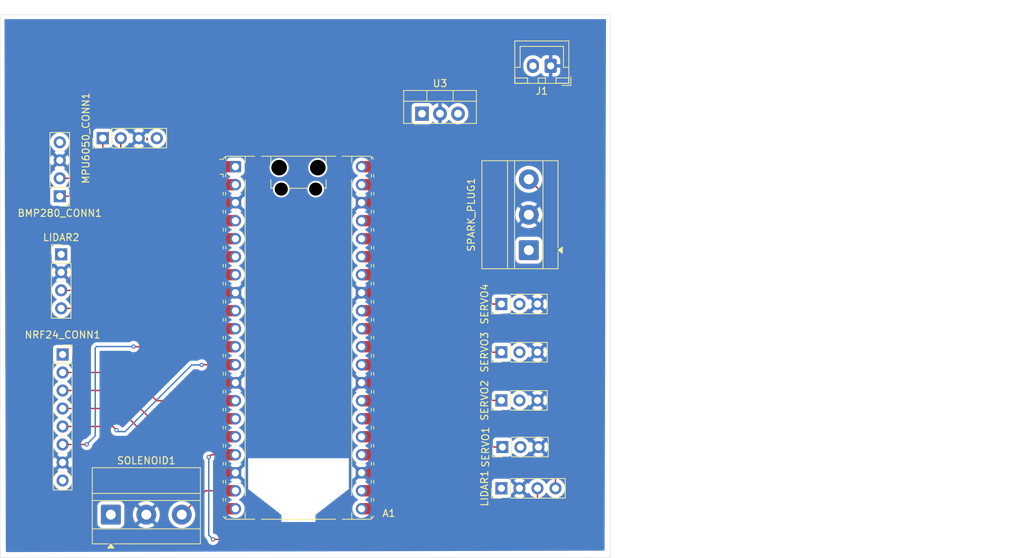
<source format=kicad_pcb>
(kicad_pcb (version 20241229) (generator "pcbnew") (generator_version "9.0")
  (layers (0 "F.Cu" signal) (2 "B.Cu" signal) (13 "F.Paste" user) (15 "B.Paste" user) (5 "F.SilkS" user "F.Silkscreen") (7 "B.SilkS" user "B.Silkscreen") (1 "F.Mask" user) (3 "B.Mask" user) (25 "Edge.Cuts" user))
  (net 0 "")
  (net 1 "/RCV_L2")
  (net 2 "/XMIT_L2")
  (net 3 "/SDA_BMP")
  (net 4 "/MOSI")
  (net 5 "/SDA_MPU")
  (net 6 "/CE")
  (net 7 "/SCK")
  (net 8 "/SCL_MPU")
  (net 9 "/GPIO_SLN")
  (net 10 "/GPIO_NCH")
  (net 11 "/SERVO3")
  (net 12 "/SERVO4")
  (net 13 "GND")
  (net 15 "+5V")
  (net 16 "/PWR")
  (net 19 "/MISO")
  (net 20 "/SCL_BMP")
  (net 24 "/CSN")
  (net 25 "Net-(SERVO1-Pin_2)")
  (net 27 "Net-(SERVO2-Pin_2)")
  (net 28 "Net-(SERVO3-Pin_2)")
  (net 29 "Net-(SERVO4-Pin_2)")
  (net 31 "/RCV_L1")
  (net 32 "/SERVO1")
  (net 34 "/XMIT_L1")
  (net 35 "/SERVO2")
  (net 37 "VCC")
  (net 40 "Net-(U3-VO)")
  (footprint "Connector_PinHeader_2.54mm:PinHeader_1x03_P2.54mm_Vertical" (layer "F.Cu") (at 180.86 95.2 90)
    (property "Reference" "SERVO3" (at 0 -2.38 90) (layer "F.SilkS"))
    (property "Value" "~")
    (fp_line (start -1.38 -1.38) (end 0 -1.38) (stroke (width 0.12)) (layer "F.SilkS"))
    (fp_line (start -1.38 0) (end -1.38 -1.38) (stroke (width 0.12)) (layer "F.SilkS"))
    (fp_line (start 1.38 1.27) (end 1.38 6.46) (stroke (width 0.12)) (layer "F.SilkS"))
    (fp_line (start -1.38 1.27) (end 1.38 1.27) (stroke (width 0.12)) (layer "F.SilkS"))
    (fp_line (start -1.38 1.27) (end -1.38 6.46) (stroke (width 0.12)) (layer "F.SilkS"))
    (fp_line (start -1.38 6.46) (end 1.38 6.46) (stroke (width 0.12)) (layer "F.SilkS"))
    (pad "1" thru_hole rect (at 0 0 90) (size 1.7 1.7) (drill 1) (layers "*.Cu" "*.Mask") (net 11 "/SERVO3"))
    (pad "2" thru_hole circle (at 0 2.54 90) (size 1.7 1.7) (drill 1) (layers "*.Cu" "*.Mask") (net 28 "Net-(SERVO3-Pin_2)"))
    (pad "3" thru_hole circle (at 0 5.08 90) (size 1.7 1.7) (drill 1) (layers "*.Cu" "*.Mask") (net 13 "GND"))
  )
  (footprint "Connector_PinHeader_2.54mm:PinHeader_1x04_P2.54mm_Vertical" (layer "F.Cu") (at 118.6 73.2 180)
    (property "Reference" "BMP280_CONN1" (at 0 -2.38 0) (layer "F.SilkS"))
    (property "Value" "~")
    (fp_line (start 1.38 1.27) (end 1.38 9) (stroke (width 0.12)) (layer "F.SilkS"))
    (fp_line (start -1.38 9) (end 1.38 9) (stroke (width 0.12)) (layer "F.SilkS"))
    (fp_line (start -1.38 1.27) (end 1.38 1.27) (stroke (width 0.12)) (layer "F.SilkS"))
    (fp_line (start -1.38 1.27) (end -1.38 9) (stroke (width 0.12)) (layer "F.SilkS"))
    (fp_line (start -1.38 0) (end -1.38 -1.38) (stroke (width 0.12)) (layer "F.SilkS"))
    (fp_line (start -1.38 -1.38) (end 0 -1.38) (stroke (width 0.12)) (layer "F.SilkS"))
    (pad "1" thru_hole rect (at 0 0 180) (size 1.7 1.7) (drill 1) (layers "*.Cu" "*.Mask") (net 20 "/SCL_BMP"))
    (pad "2" thru_hole circle (at 0 2.54 180) (size 1.7 1.7) (drill 1) (layers "*.Cu" "*.Mask") (net 3 "/SDA_BMP"))
    (pad "3" thru_hole circle (at 0 5.08 180) (size 1.7 1.7) (drill 1) (layers "*.Cu" "*.Mask") (net 13 "GND"))
    (pad "4" thru_hole circle (at 0 7.62 180) (size 1.7 1.7) (drill 1) (layers "*.Cu" "*.Mask") (net 37 "VCC"))
  )
  (footprint "TerminalBlock_MetzConnect:TerminalBlock_MetzConnect_Type011_RT05503HBLC_1x03_P5.00mm_Horizontal" (layer "F.Cu") (at 125.8 118.1175)
    (property "Reference" "SOLENOID1" (at 5 -7.62 0) (layer "F.SilkS"))
    (property "Value" "~")
    (fp_line (start -2.62 -6.62) (end -2.62 4.12) (stroke (width 0.12)) (layer "F.SilkS"))
    (fp_line (start -2.62 -6.62) (end 12.62 -6.62) (stroke (width 0.12)) (layer "F.SilkS"))
    (fp_line (start -2.62 -3) (end 12.62 -3) (stroke (width 0.12)) (layer "F.SilkS"))
    (fp_line (start -2.62 -2) (end 12.62 -2) (stroke (width 0.12)) (layer "F.SilkS"))
    (fp_line (start -2.62 2) (end 12.62 2) (stroke (width 0.12)) (layer "F.SilkS"))
    (fp_line (start -2.62 4.12) (end -0.3 4.12) (stroke (width 0.12)) (layer "F.SilkS"))
    (fp_line (start 0.3 4.12) (end 12.62 4.12) (stroke (width 0.12)) (layer "F.SilkS"))
    (fp_line (start 12.62 -6.62) (end 12.62 4.12) (stroke (width 0.12)) (layer "F.SilkS"))
    (fp_poly (pts (xy 0 4.12) (xy 0.44 4.73) (xy -0.44 4.73)) (stroke (width 0.12)) (fill yes) (layer "F.SilkS"))
    (pad "1" thru_hole roundrect (at 0 0) (size 2.8 2.8) (drill 1.4) (layers "*.Cu" "*.Mask") (roundrect_rratio 0.089286) (net 16 "/PWR"))
    (pad "2" thru_hole circle (at 5 0) (size 2.8 2.8) (drill 1.4) (layers "*.Cu" "*.Mask") (net 13 "GND"))
    (pad "3" thru_hole circle (at 10 0) (size 2.8 2.8) (drill 1.4) (layers "*.Cu" "*.Mask") (net 9 "/GPIO_SLN"))
  )
  (footprint "Connector_PinHeader_2.54mm:PinHeader_1x03_P2.54mm_Vertical" (layer "F.Cu") (at 181 108.58 90)
    (property "Reference" "SERVO1" (at 0 -2.38 90) (layer "F.SilkS"))
    (property "Value" "~")
    (fp_line (start -1.38 -1.38) (end 0 -1.38) (stroke (width 0.12)) (layer "F.SilkS"))
    (fp_line (start -1.38 0) (end -1.38 -1.38) (stroke (width 0.12)) (layer "F.SilkS"))
    (fp_line (start 1.38 1.27) (end 1.38 6.46) (stroke (width 0.12)) (layer "F.SilkS"))
    (fp_line (start -1.38 1.27) (end 1.38 1.27) (stroke (width 0.12)) (layer "F.SilkS"))
    (fp_line (start -1.38 1.27) (end -1.38 6.46) (stroke (width 0.12)) (layer "F.SilkS"))
    (fp_line (start -1.38 6.46) (end 1.38 6.46) (stroke (width 0.12)) (layer "F.SilkS"))
    (pad "1" thru_hole rect (at 0 0 90) (size 1.7 1.7) (drill 1) (layers "*.Cu" "*.Mask") (net 32 "/SERVO1"))
    (pad "2" thru_hole circle (at 0 2.54 90) (size 1.7 1.7) (drill 1) (layers "*.Cu" "*.Mask") (net 25 "Net-(SERVO1-Pin_2)"))
    (pad "3" thru_hole circle (at 0 5.08 90) (size 1.7 1.7) (drill 1) (layers "*.Cu" "*.Mask") (net 13 "GND"))
  )
  (footprint "Connector_PinHeader_2.54mm:PinHeader_1x04_P2.54mm_Vertical" (layer "F.Cu") (at 180.86 114.4 90)
    (property "Reference" "LIDAR1" (at 0 -2.38 90) (layer "F.SilkS"))
    (property "Value" "~")
    (fp_line (start -1.38 -1.38) (end 0 -1.38) (stroke (width 0.12)) (layer "F.SilkS"))
    (fp_line (start -1.38 0) (end -1.38 -1.38) (stroke (width 0.12)) (layer "F.SilkS"))
    (fp_line (start 1.38 1.27) (end 1.38 9) (stroke (width 0.12)) (layer "F.SilkS"))
    (fp_line (start -1.38 1.27) (end 1.38 1.27) (stroke (width 0.12)) (layer "F.SilkS"))
    (fp_line (start -1.38 1.27) (end -1.38 9) (stroke (width 0.12)) (layer "F.SilkS"))
    (fp_line (start -1.38 9) (end 1.38 9) (stroke (width 0.12)) (layer "F.SilkS"))
    (pad "1" thru_hole rect (at 0 0 90) (size 1.7 1.7) (drill 1) (layers "*.Cu" "*.Mask") (net 37 "VCC"))
    (pad "2" thru_hole circle (at 0 2.54 90) (size 1.7 1.7) (drill 1) (layers "*.Cu" "*.Mask") (net 13 "GND"))
    (pad "3" thru_hole circle (at 0 5.08 90) (size 1.7 1.7) (drill 1) (layers "*.Cu" "*.Mask") (net 31 "/RCV_L1"))
    (pad "4" thru_hole circle (at 0 7.62 90) (size 1.7 1.7) (drill 1) (layers "*.Cu" "*.Mask") (net 34 "/XMIT_L1"))
  )
  (footprint "Connector_PinHeader_2.54mm:PinHeader_1x03_P2.54mm_Vertical" (layer "F.Cu") (at 180.86 88.4 90)
    (property "Reference" "SERVO4" (at 0 -2.38 90) (layer "F.SilkS"))
    (property "Value" "~")
    (fp_line (start -1.38 -1.38) (end 0 -1.38) (stroke (width 0.12)) (layer "F.SilkS"))
    (fp_line (start -1.38 0) (end -1.38 -1.38) (stroke (width 0.12)) (layer "F.SilkS"))
    (fp_line (start 1.38 1.27) (end 1.38 6.46) (stroke (width 0.12)) (layer "F.SilkS"))
    (fp_line (start -1.38 1.27) (end 1.38 1.27) (stroke (width 0.12)) (layer "F.SilkS"))
    (fp_line (start -1.38 1.27) (end -1.38 6.46) (stroke (width 0.12)) (layer "F.SilkS"))
    (fp_line (start -1.38 6.46) (end 1.38 6.46) (stroke (width 0.12)) (layer "F.SilkS"))
    (pad "1" thru_hole rect (at 0 0 90) (size 1.7 1.7) (drill 1) (layers "*.Cu" "*.Mask") (net 12 "/SERVO4"))
    (pad "2" thru_hole circle (at 0 2.54 90) (size 1.7 1.7) (drill 1) (layers "*.Cu" "*.Mask") (net 29 "Net-(SERVO4-Pin_2)"))
    (pad "3" thru_hole circle (at 0 5.08 90) (size 1.7 1.7) (drill 1) (layers "*.Cu" "*.Mask") (net 13 "GND"))
  )
  (footprint "Connector_PinHeader_2.54mm:PinHeader_1x03_P2.54mm_Vertical" (layer "F.Cu") (at 180.86 102 90)
    (property "Reference" "SERVO2" (at 0 -2.38 90) (layer "F.SilkS"))
    (property "Value" "~")
    (fp_line (start -1.38 -1.38) (end 0 -1.38) (stroke (width 0.12)) (layer "F.SilkS"))
    (fp_line (start -1.38 0) (end -1.38 -1.38) (stroke (width 0.12)) (layer "F.SilkS"))
    (fp_line (start 1.38 1.27) (end 1.38 6.46) (stroke (width 0.12)) (layer "F.SilkS"))
    (fp_line (start -1.38 1.27) (end 1.38 1.27) (stroke (width 0.12)) (layer "F.SilkS"))
    (fp_line (start -1.38 1.27) (end -1.38 6.46) (stroke (width 0.12)) (layer "F.SilkS"))
    (fp_line (start -1.38 6.46) (end 1.38 6.46) (stroke (width 0.12)) (layer "F.SilkS"))
    (pad "1" thru_hole rect (at 0 0 90) (size 1.7 1.7) (drill 1) (layers "*.Cu" "*.Mask") (net 35 "/SERVO2"))
    (pad "2" thru_hole circle (at 0 2.54 90) (size 1.7 1.7) (drill 1) (layers "*.Cu" "*.Mask") (net 27 "Net-(SERVO2-Pin_2)"))
    (pad "3" thru_hole circle (at 0 5.08 90) (size 1.7 1.7) (drill 1) (layers "*.Cu" "*.Mask") (net 13 "GND"))
  )
  (footprint "Module:RaspberryPi_Pico_Common_Unspecified" (layer "F.Cu") (at 152.25 93.155)
    (property "Reference" "A1" (at 11.7475 24.765 0) (layer "F.SilkS") (effects (justify left)))
    (property "Value" "RaspberryPi_Pico")
    (fp_line (start -10.61 -23.07) (end -11.09 -23.07) (stroke (width 0.12)) (layer "F.SilkS"))
    (fp_line (start -10.61 -23.07) (end -10.61 -22.65) (stroke (width 0.12)) (layer "F.SilkS"))
    (fp_line (start -10.61 -20.53) (end -10.61 -20.11) (stroke (width 0.12)) (layer "F.SilkS"))
    (fp_line (start -10.61 -17.99) (end -10.61 -17.57) (stroke (width 0.12)) (layer "F.SilkS"))
    (fp_line (start -10.61 -15.45) (end -10.61 -15.03) (stroke (width 0.12)) (layer "F.SilkS"))
    (fp_line (start -10.61 -12.91) (end -10.61 -12.49) (stroke (width 0.12)) (layer "F.SilkS"))
    (fp_line (start -10.61 -10.37) (end -10.61 -9.95) (stroke (width 0.12)) (layer "F.SilkS"))
    (fp_line (start -10.61 -7.83) (end -10.61 -7.41) (stroke (width 0.12)) (layer "F.SilkS"))
    (fp_line (start -10.61 -5.29) (end -10.61 -4.87) (stroke (width 0.12)) (layer "F.SilkS"))
    (fp_line (start -10.61 -2.75) (end -10.61 -2.33) (stroke (width 0.12)) (layer "F.SilkS"))
    (fp_line (start -10.61 -0.21) (end -10.61 0.21) (stroke (width 0.12)) (layer "F.SilkS"))
    (fp_line (start -10.61 2.33) (end -10.61 2.75) (stroke (width 0.12)) (layer "F.SilkS"))
    (fp_line (start -10.61 4.87) (end -10.61 5.29) (stroke (width 0.12)) (layer "F.SilkS"))
    (fp_line (start -10.61 7.41) (end -10.61 7.83) (stroke (width 0.12)) (layer "F.SilkS"))
    (fp_line (start -10.61 9.95) (end -10.61 10.37) (stroke (width 0.12)) (layer "F.SilkS"))
    (fp_line (start -10.61 12.49) (end -10.61 12.91) (stroke (width 0.12)) (layer "F.SilkS"))
    (fp_line (start -10.61 15.03) (end -10.61 15.45) (stroke (width 0.12)) (layer "F.SilkS"))
    (fp_line (start -10.61 17.57) (end -10.61 17.99) (stroke (width 0.12)) (layer "F.SilkS"))
    (fp_line (start -10.61 20.11) (end -10.61 20.53) (stroke (width 0.12)) (layer "F.SilkS"))
    (fp_line (start -10.61 22.65) (end -10.61 23.07) (stroke (width 0.12)) (layer "F.SilkS"))
    (fp_line (start -10.579676 -25.19) (end -11.09 -25.19) (stroke (width 0.12)) (layer "F.SilkS"))
    (fp_line (start -10.27 -25.189937) (end -10.27 -25.547) (stroke (width 0.12)) (layer "F.SilkS"))
    (fp_line (start -10.27 -23.07) (end -10.27 -22.65) (stroke (width 0.12)) (layer "F.SilkS"))
    (fp_line (start -10.27 -20.53) (end -10.27 -20.11) (stroke (width 0.12)) (layer "F.SilkS"))
    (fp_line (start -10.27 -17.99) (end -10.27 -17.57) (stroke (width 0.12)) (layer "F.SilkS"))
    (fp_line (start -10.27 -15.45) (end -10.27 -15.03) (stroke (width 0.12)) (layer "F.SilkS"))
    (fp_line (start -10.27 -12.91) (end -10.27 -12.49) (stroke (width 0.12)) (layer "F.SilkS"))
    (fp_line (start -10.27 -10.37) (end -10.27 -9.95) (stroke (width 0.12)) (layer "F.SilkS"))
    (fp_line (start -10.27 -7.83) (end -10.27 -7.41) (stroke (width 0.12)) (layer "F.SilkS"))
    (fp_line (start -10.27 -5.29) (end -10.27 -4.87) (stroke (width 0.12)) (layer "F.SilkS"))
    (fp_line (start -10.27 -2.75) (end -10.27 -2.33) (stroke (width 0.12)) (layer "F.SilkS"))
    (fp_line (start -10.27 -0.21) (end -10.27 0.21) (stroke (width 0.12)) (layer "F.SilkS"))
    (fp_line (start -10.27 2.33) (end -10.27 2.75) (stroke (width 0.12)) (layer "F.SilkS"))
    (fp_line (start -10.27 4.87) (end -10.27 5.29) (stroke (width 0.12)) (layer "F.SilkS"))
    (fp_line (start -10.27 7.41) (end -10.27 7.83) (stroke (width 0.12)) (layer "F.SilkS"))
    (fp_line (start -10.27 9.95) (end -10.27 10.37) (stroke (width 0.12)) (layer "F.SilkS"))
    (fp_line (start -10.27 12.49) (end -10.27 12.91) (stroke (width 0.12)) (layer "F.SilkS"))
    (fp_line (start -10.27 15.03) (end -10.27 15.45) (stroke (width 0.12)) (layer "F.SilkS"))
    (fp_line (start -10.27 17.57) (end -10.27 17.99) (stroke (width 0.12)) (layer "F.SilkS"))
    (fp_line (start -10.27 20.11) (end -10.27 20.53) (stroke (width 0.12)) (layer "F.SilkS"))
    (fp_line (start -10.27 22.65) (end -10.27 23.07) (stroke (width 0.12)) (layer "F.SilkS"))
    (fp_line (start -10.27 25.189937) (end -10.27 25.547) (stroke (width 0.12)) (layer "F.SilkS"))
    (fp_line (start -10 -25.61) (end -7.51 -25.61) (stroke (width 0.12)) (layer "F.SilkS"))
    (fp_line (start -10 25.61) (end -6.162061 25.61) (stroke (width 0.12)) (layer "F.SilkS"))
    (fp_line (start -7.51 -25.61) (end -7.51 -24.69648) (stroke (width 0.12)) (layer "F.SilkS"))
    (fp_line (start -7.51 -25.61) (end -6.16206 -25.61) (stroke (width 0.12)) (layer "F.SilkS"))
    (fp_line (start -7.51 -22.30352) (end -7.51 22.30352) (stroke (width 0.12)) (layer "F.SilkS"))
    (fp_line (start -7.51 24.69648) (end -7.51 25.61) (stroke (width 0.12)) (layer "F.SilkS"))
    (fp_line (start -5.237939 -25.61) (end -4.235 -25.61) (stroke (width 0.12)) (layer "F.SilkS"))
    (fp_line (start -4.235 -25.61) (end 4.235 -25.61) (stroke (width 0.12)) (layer "F.SilkS"))
    (fp_line (start -3.9 -25.61) (end -3.9 -24.694) (stroke (width 0.12)) (layer "F.SilkS"))
    (fp_line (start -3.9 -22.306) (end -3.9 -21.09) (stroke (width 0.12)) (layer "F.SilkS"))
    (fp_line (start -3.9 -21.09) (end -3.60391 -21.09) (stroke (width 0.12)) (layer "F.SilkS"))
    (fp_line (start -3.6 25.61) (end -5.237939 25.61) (stroke (width 0.12)) (layer "F.SilkS"))
    (fp_line (start -1.24609 -21.09) (end 1.24609 -21.09) (stroke (width 0.12)) (layer "F.SilkS"))
    (fp_line (start 3.6 25.61) (end -3.6 25.61) (stroke (width 0.12)) (layer "F.SilkS"))
    (fp_line (start 3.60391 -21.09) (end 3.9 -21.09) (stroke (width 0.12)) (layer "F.SilkS"))
    (fp_line (start 3.9 -25.61) (end 3.9 -24.694) (stroke (width 0.12)) (layer "F.SilkS"))
    (fp_line (start 3.9 -22.306) (end 3.9 -21.09) (stroke (width 0.12)) (layer "F.SilkS"))
    (fp_line (start 4.235 -25.61) (end 5.237939 -25.61) (stroke (width 0.12)) (layer "F.SilkS"))
    (fp_line (start 5.237939 25.61) (end 3.6 25.61) (stroke (width 0.12)) (layer "F.SilkS"))
    (fp_line (start 6.162061 -25.61) (end 7.51 -25.61) (stroke (width 0.12)) (layer "F.SilkS"))
    (fp_line (start 6.162061 25.61) (end 10 25.61) (stroke (width 0.12)) (layer "F.SilkS"))
    (fp_line (start 7.51 -25.61) (end 7.51 -24.69648) (stroke (width 0.12)) (layer "F.SilkS"))
    (fp_line (start 7.51 -22.30352) (end 7.51 22.30352) (stroke (width 0.12)) (layer "F.SilkS"))
    (fp_line (start 7.51 24.69648) (end 7.51 25.61) (stroke (width 0.12)) (layer "F.SilkS"))
    (fp_line (start 10 -25.61) (end 7.51 -25.61) (stroke (width 0.12)) (layer "F.SilkS"))
    (fp_line (start 10.27 -25.189937) (end 10.27 -25.547) (stroke (width 0.12)) (layer "F.SilkS"))
    (fp_line (start 10.27 -23.07) (end 10.27 -22.65) (stroke (width 0.12)) (layer "F.SilkS"))
    (fp_line (start 10.27 -20.53) (end 10.27 -20.11) (stroke (width 0.12)) (layer "F.SilkS"))
    (fp_line (start 10.27 -17.99) (end 10.27 -17.57) (stroke (width 0.12)) (layer "F.SilkS"))
    (fp_line (start 10.27 -15.45) (end 10.27 -15.03) (stroke (width 0.12)) (layer "F.SilkS"))
    (fp_line (start 10.27 -12.91) (end 10.27 -12.49) (stroke (width 0.12)) (layer "F.SilkS"))
    (fp_line (start 10.27 -10.37) (end 10.27 -9.95) (stroke (width 0.12)) (layer "F.SilkS"))
    (fp_line (start 10.27 -7.83) (end 10.27 -7.41) (stroke (width 0.12)) (layer "F.SilkS"))
    (fp_line (start 10.27 -5.29) (end 10.27 -4.87) (stroke (width 0.12)) (layer "F.SilkS"))
    (fp_line (start 10.27 -2.75) (end 10.27 -2.33) (stroke (width 0.12)) (layer "F.SilkS"))
    (fp_line (start 10.27 -0.21) (end 10.27 0.21) (stroke (width 0.12)) (layer "F.SilkS"))
    (fp_line (start 10.27 2.33) (end 10.27 2.75) (stroke (width 0.12)) (layer "F.SilkS"))
    (fp_line (start 10.27 4.87) (end 10.27 5.29) (stroke (width 0.12)) (layer "F.SilkS"))
    (fp_line (start 10.27 7.41) (end 10.27 7.83) (stroke (width 0.12)) (layer "F.SilkS"))
    (fp_line (start 10.27 9.95) (end 10.27 10.37) (stroke (width 0.12)) (layer "F.SilkS"))
    (fp_line (start 10.27 12.49) (end 10.27 12.91) (stroke (width 0.12)) (layer "F.SilkS"))
    (fp_line (start 10.27 15.03) (end 10.27 15.45) (stroke (width 0.12)) (layer "F.SilkS"))
    (fp_line (start 10.27 17.57) (end 10.27 17.99) (stroke (width 0.12)) (layer "F.SilkS"))
    (fp_line (start 10.27 20.11) (end 10.27 20.53) (stroke (width 0.12)) (layer "F.SilkS"))
    (fp_line (start 10.27 22.65) (end 10.27 23.07) (stroke (width 0.12)) (layer "F.SilkS"))
    (fp_line (start 10.27 25.189937) (end 10.27 25.547) (stroke (width 0.12)) (layer "F.SilkS"))
    (fp_line (start 10.61 -23.07) (end 10.61 -22.65) (stroke (width 0.12)) (layer "F.SilkS"))
    (fp_line (start 10.61 -20.53) (end 10.61 -20.11) (stroke (width 0.12)) (layer "F.SilkS"))
    (fp_line (start 10.61 -17.99) (end 10.61 -17.57) (stroke (width 0.12)) (layer "F.SilkS"))
    (fp_line (start 10.61 -15.45) (end 10.61 -15.03) (stroke (width 0.12)) (layer "F.SilkS"))
    (fp_line (start 10.61 -12.91) (end 10.61 -12.49) (stroke (width 0.12)) (layer "F.SilkS"))
    (fp_line (start 10.61 -10.37) (end 10.61 -9.95) (stroke (width 0.12)) (layer "F.SilkS"))
    (fp_line (start 10.61 -7.83) (end 10.61 -7.41) (stroke (width 0.12)) (layer "F.SilkS"))
    (fp_line (start 10.61 -5.29) (end 10.61 -4.87) (stroke (width 0.12)) (layer "F.SilkS"))
    (fp_line (start 10.61 -2.75) (end 10.61 -2.33) (stroke (width 0.12)) (layer "F.SilkS"))
    (fp_line (start 10.61 -0.21) (end 10.61 0.21) (stroke (width 0.12)) (layer "F.SilkS"))
    (fp_line (start 10.61 2.33) (end 10.61 2.75) (stroke (width 0.12)) (layer "F.SilkS"))
    (fp_line (start 10.61 4.87) (end 10.61 5.29) (stroke (width 0.12)) (layer "F.SilkS"))
    (fp_line (start 10.61 7.41) (end 10.61 7.83) (stroke (width 0.12)) (layer "F.SilkS"))
    (fp_line (start 10.61 9.95) (end 10.61 10.37) (stroke (width 0.12)) (layer "F.SilkS"))
    (fp_line (start 10.61 12.49) (end 10.61 12.91) (stroke (width 0.12)) (layer "F.SilkS"))
    (fp_line (start 10.61 15.03) (end 10.61 15.45) (stroke (width 0.12)) (layer "F.SilkS"))
    (fp_line (start 10.61 17.57) (end 10.61 17.99) (stroke (width 0.12)) (layer "F.SilkS"))
    (fp_line (start 10.61 20.11) (end 10.61 20.53) (stroke (width 0.12)) (layer "F.SilkS"))
    (fp_line (start 10.61 22.65) (end 10.61 23.07) (stroke (width 0.12)) (layer "F.SilkS"))
    (fp_arc (start -10.579676 -25.19) (mid -10.357938 -25.493944) (end -10 -25.61) (stroke (width 0.12)) (layer "F.SilkS"))
    (fp_arc (start -10 25.61) (mid -10.357937 25.493944) (end -10.579676 25.189937) (stroke (width 0.12)) (layer "F.SilkS"))
    (fp_arc (start 10 -25.61) (mid 10.357937 -25.493944) (end 10.579676 -25.189937) (stroke (width 0.12)) (layer "F.SilkS"))
    (fp_arc (start 10.579676 25.189937) (mid 10.357946 25.493957) (end 10 25.61) (stroke (width 0.12)) (layer "F.SilkS"))
    (pad "" np_thru_hole circle (at -2.725 -24) (size 2.2 2.2) (drill 2.2) (layers "*.Mask"))
    (pad "" np_thru_hole circle (at -2.425 -20.97) (size 1.85 1.85) (drill 1.85) (layers "*.Mask"))
    (pad "" np_thru_hole circle (at 2.425 -20.97) (size 1.85 1.85) (drill 1.85) (layers "*.Mask"))
    (pad "" np_thru_hole circle (at 2.725 -24) (size 2.2 2.2) (drill 2.2) (layers "*.Mask"))
    (pad "1" smd custom (at -9.69 -24.13) (size 1.6 0.8) (layers "F.Cu" "F.Mask") (net 5 "/SDA_MPU") (options (clearance outline) (anchor rect)) (primitives (gr_circle (center 0.8 0) (end 1.6 0) (width 0) (fill yes)) (gr_poly (pts (xy -1.6 -0.6) (xy -1.6 0.6) (xy -1.4 0.8) (xy 0.8 0.8) (xy 0.8 -0.8) (xy -1.4 -0.8)) (width 0) (fill yes)) (gr_circle (center -1.4 -0.6) (end -1.2 -0.6) (width 0) (fill yes)) (gr_circle (center -1.4 0.6) (end -1.2 0.6) (width 0) (fill yes))))
    (pad "1" thru_hole roundrect (at -8.89 -24.13) (size 1.6 1.6) (drill 1) (layers "*.Cu" "*.Mask") (roundrect_rratio 0.125) (net 5 "/SDA_MPU"))
    (pad "2" smd roundrect (at -9.69 -21.59) (size 3.2 1.6) (layers "F.Cu" "F.Mask") (roundrect_rratio 0.5) (net 8 "/SCL_MPU"))
    (pad "2" thru_hole circle (at -8.89 -21.59) (size 1.6 1.6) (drill 1) (layers "*.Cu" "*.Mask") (net 8 "/SCL_MPU"))
    (pad "3" smd custom (at -9.69 -19.05) (size 1.6 0.8) (layers "F.Cu" "F.Mask") (net 13 "GND") (options (clearance outline) (anchor rect)) (primitives (gr_circle (center -0.8 0) (end 0 0) (width 0) (fill yes)) (gr_poly (pts (xy 1.6 -0.6) (xy 1.6 0.6) (xy 1.4 0.8) (xy -0.8 0.8) (xy -0.8 -0.8) (xy 1.4 -0.8)) (width 0) (fill yes)) (gr_circle (center 1.4 -0.6) (end 1.6 -0.6) (width 0) (fill yes)) (gr_circle (center 1.4 0.6) (end 1.6 0.6) (width 0) (fill yes))))
    (pad "3" thru_hole custom (at -8.89 -19.05) (size 1.6 1.6) (drill 1) (layers "*.Cu" "*.Mask") (net 13 "GND") (options (clearance outline) (anchor circle)) (primitives (gr_poly (pts (xy 0.8 0.6) (xy 0.8 -0.6) (xy 0.6 -0.8) (xy 0 -0.8) (xy 0 0.8) (xy 0.6 0.8)) (width 0) (fill yes)) (gr_circle (center 0.6 0.6) (end 0.8 0.6) (width 0) (fill yes)) (gr_circle (center 0.6 -0.6) (end 0.8 -0.6) (width 0) (fill yes))))
    (pad "4" smd roundrect (at -9.69 -16.51) (size 3.2 1.6) (layers "F.Cu" "F.Mask") (roundrect_rratio 0.5) (net 3 "/SDA_BMP"))
    (pad "4" thru_hole circle (at -8.89 -16.51) (size 1.6 1.6) (drill 1) (layers "*.Cu" "*.Mask") (net 3 "/SDA_BMP"))
    (pad "5" smd roundrect (at -9.69 -13.97) (size 3.2 1.6) (layers "F.Cu" "F.Mask") (roundrect_rratio 0.5) (net 20 "/SCL_BMP"))
    (pad "5" thru_hole circle (at -8.89 -13.97) (size 1.6 1.6) (drill 1) (layers "*.Cu" "*.Mask") (net 20 "/SCL_BMP"))
    (pad "6" smd roundrect (at -9.69 -11.43) (size 3.2 1.6) (layers "F.Cu" "F.Mask") (roundrect_rratio 0.5) (net 1 "/RCV_L2"))
    (pad "6" thru_hole circle (at -8.89 -11.43) (size 1.6 1.6) (drill 1) (layers "*.Cu" "*.Mask") (net 1 "/RCV_L2"))
    (pad "7" smd roundrect (at -9.69 -8.89) (size 3.2 1.6) (layers "F.Cu" "F.Mask") (roundrect_rratio 0.5) (net 2 "/XMIT_L2"))
    (pad "7" thru_hole circle (at -8.89 -8.89) (size 1.6 1.6) (drill 1) (layers "*.Cu" "*.Mask") (net 2 "/XMIT_L2"))
    (pad "8" smd custom (at -9.69 -6.35) (size 1.6 0.8) (layers "F.Cu" "F.Mask") (net 13 "GND") (options (clearance outline) (anchor rect)) (primitives (gr_circle (center -0.8 0) (end 0 0) (width 0) (fill yes)) (gr_poly (pts (xy 1.6 -0.6) (xy 1.6 0.6) (xy 1.4 0.8) (xy -0.8 0.8) (xy -0.8 -0.8) (xy 1.4 -0.8)) (width 0) (fill yes)) (gr_circle (center 1.4 -0.6) (end 1.6 -0.6) (width 0) (fill yes)) (gr_circle (center 1.4 0.6) (end 1.6 0.6) (width 0) (fill yes))))
    (pad "8" thru_hole custom (at -8.89 -6.35) (size 1.6 1.6) (drill 1) (layers "*.Cu" "*.Mask") (net 13 "GND") (options (clearance outline) (anchor circle)) (primitives (gr_poly (pts (xy 0.8 0.6) (xy 0.8 -0.6) (xy 0.6 -0.8) (xy 0 -0.8) (xy 0 0.8) (xy 0.6 0.8)) (width 0) (fill yes)) (gr_circle (center 0.6 0.6) (end 0.8 0.6) (width 0) (fill yes)) (gr_circle (center 0.6 -0.6) (end 0.8 -0.6) (width 0) (fill yes))))
    (pad "9" smd roundrect (at -9.69 -3.81) (size 3.2 1.6) (layers "F.Cu" "F.Mask") (roundrect_rratio 0.5))
    (pad "9" thru_hole circle (at -8.89 -3.81) (size 1.6 1.6) (drill 1) (layers "*.Cu" "*.Mask"))
    (pad "10" smd roundrect (at -9.69 -1.27) (size 3.2 1.6) (layers "F.Cu" "F.Mask") (roundrect_rratio 0.5))
    (pad "10" thru_hole circle (at -8.89 -1.27) (size 1.6 1.6) (drill 1) (layers "*.Cu" "*.Mask"))
    (pad "11" smd roundrect (at -9.69 1.27) (size 3.2 1.6) (layers "F.Cu" "F.Mask") (roundrect_rratio 0.5) (net 6 "/CE"))
    (pad "11" thru_hole circle (at -8.89 1.27) (size 1.6 1.6) (drill 1) (layers "*.Cu" "*.Mask") (net 6 "/CE"))
    (pad "12" smd roundrect (at -9.69 3.81) (size 3.2 1.6) (layers "F.Cu" "F.Mask") (roundrect_rratio 0.5) (net 24 "/CSN"))
    (pad "12" thru_hole circle (at -8.89 3.81) (size 1.6 1.6) (drill 1) (layers "*.Cu" "*.Mask") (net 24 "/CSN"))
    (pad "13" smd custom (at -9.69 6.35) (size 1.6 0.8) (layers "F.Cu" "F.Mask") (net 13 "GND") (options (clearance outline) (anchor rect)) (primitives (gr_circle (center -0.8 0) (end 0 0) (width 0) (fill yes)) (gr_poly (pts (xy 1.6 -0.6) (xy 1.6 0.6) (xy 1.4 0.8) (xy -0.8 0.8) (xy -0.8 -0.8) (xy 1.4 -0.8)) (width 0) (fill yes)) (gr_circle (center 1.4 -0.6) (end 1.6 -0.6) (width 0) (fill yes)) (gr_circle (center 1.4 0.6) (end 1.6 0.6) (width 0) (fill yes))))
    (pad "13" thru_hole custom (at -8.89 6.35) (size 1.6 1.6) (drill 1) (layers "*.Cu" "*.Mask") (net 13 "GND") (options (clearance outline) (anchor circle)) (primitives (gr_poly (pts (xy 0.8 0.6) (xy 0.8 -0.6) (xy 0.6 -0.8) (xy 0 -0.8) (xy 0 0.8) (xy 0.6 0.8)) (width 0) (fill yes)) (gr_circle (center 0.6 0.6) (end 0.8 0.6) (width 0) (fill yes)) (gr_circle (center 0.6 -0.6) (end 0.8 -0.6) (width 0) (fill yes))))
    (pad "14" smd roundrect (at -9.69 8.89) (size 3.2 1.6) (layers "F.Cu" "F.Mask") (roundrect_rratio 0.5) (net 7 "/SCK"))
    (pad "14" thru_hole circle (at -8.89 8.89) (size 1.6 1.6) (drill 1) (layers "*.Cu" "*.Mask") (net 7 "/SCK"))
    (pad "15" smd roundrect (at -9.69 11.43) (size 3.2 1.6) (layers "F.Cu" "F.Mask") (roundrect_rratio 0.5) (net 4 "/MOSI"))
    (pad "15" thru_hole circle (at -8.89 11.43) (size 1.6 1.6) (drill 1) (layers "*.Cu" "*.Mask") (net 4 "/MOSI"))
    (pad "16" smd roundrect (at -9.69 13.97) (size 3.2 1.6) (layers "F.Cu" "F.Mask") (roundrect_rratio 0.5) (net 19 "/MISO"))
    (pad "16" thru_hole circle (at -8.89 13.97) (size 1.6 1.6) (drill 1) (layers "*.Cu" "*.Mask") (net 19 "/MISO"))
    (pad "17" smd roundrect (at -9.69 16.51) (size 3.2 1.6) (layers "F.Cu" "F.Mask") (roundrect_rratio 0.5) (net 10 "/GPIO_NCH"))
    (pad "17" thru_hole circle (at -8.89 16.51) (size 1.6 1.6) (drill 1) (layers "*.Cu" "*.Mask") (net 10 "/GPIO_NCH"))
    (pad "18" smd custom (at -9.69 19.05) (size 1.6 0.8) (layers "F.Cu" "F.Mask") (net 13 "GND") (options (clearance outline) (anchor rect)) (primitives (gr_circle (center -0.8 0) (end 0 0) (width 0) (fill yes)) (gr_poly (pts (xy 1.6 -0.6) (xy 1.6 0.6) (xy 1.4 0.8) (xy -0.8 0.8) (xy -0.8 -0.8) (xy 1.4 -0.8)) (width 0) (fill yes)) (gr_circle (center 1.4 -0.6) (end 1.6 -0.6) (width 0) (fill yes)) (gr_circle (center 1.4 0.6) (end 1.6 0.6) (width 0) (fill yes))))
    (pad "18" thru_hole custom (at -8.89 19.05) (size 1.6 1.6) (drill 1) (layers "*.Cu" "*.Mask") (net 13 "GND") (options (clearance outline) (anchor circle)) (primitives (gr_poly (pts (xy 0.8 0.6) (xy 0.8 -0.6) (xy 0.6 -0.8) (xy 0 -0.8) (xy 0 0.8) (xy 0.6 0.8)) (width 0) (fill yes)) (gr_circle (center 0.6 0.6) (end 0.8 0.6) (width 0) (fill yes)) (gr_circle (center 0.6 -0.6) (end 0.8 -0.6) (width 0) (fill yes))))
    (pad "19" smd roundrect (at -9.69 21.59) (size 3.2 1.6) (layers "F.Cu" "F.Mask") (roundrect_rratio 0.5))
    (pad "19" thru_hole circle (at -8.89 21.59) (size 1.6 1.6) (drill 1) (layers "*.Cu" "*.Mask"))
    (pad "20" smd roundrect (at -9.69 24.13) (size 3.2 1.6) (layers "F.Cu" "F.Mask") (roundrect_rratio 0.5))
    (pad "20" thru_hole circle (at -8.89 24.13) (size 1.6 1.6) (drill 1) (layers "*.Cu" "*.Mask"))
    (pad "21" thru_hole circle (at 8.89 24.13) (size 1.6 1.6) (drill 1) (layers "*.Cu" "*.Mask") (net 31 "/RCV_L1"))
    (pad "21" smd roundrect (at 9.69 24.13) (size 3.2 1.6) (layers "F.Cu" "F.Mask") (roundrect_rratio 0.5) (net 31 "/RCV_L1"))
    (pad "22" thru_hole circle (at 8.89 21.59) (size 1.6 1.6) (drill 1) (layers "*.Cu" "*.Mask") (net 34 "/XMIT_L1"))
    (pad "22" smd roundrect (at 9.69 21.59) (size 3.2 1.6) (layers "F.Cu" "F.Mask") (roundrect_rratio 0.5) (net 34 "/XMIT_L1"))
    (pad "23" thru_hole custom (at 8.89 19.05) (size 1.6 1.6) (drill 1) (layers "*.Cu" "*.Mask") (net 13 "GND") (options (clearance outline) (anchor circle)) (primitives (gr_poly (pts (xy -0.8 0.6) (xy -0.8 -0.6) (xy -0.6 -0.8) (xy 0 -0.8) (xy 0 0.8) (xy -0.6 0.8)) (width 0) (fill yes)) (gr_circle (center -0.6 0.6) (end -0.4 0.6) (width 0) (fill yes)) (gr_circle (center -0.6 -0.6) (end -0.4 -0.6) (width 0) (fill yes))))
    (pad "23" smd custom (at 9.69 19.05) (size 1.6 0.8) (layers "F.Cu" "F.Mask") (net 13 "GND") (options (clearance outline) (anchor rect)) (primitives (gr_circle (center 0.8 0) (end 1.6 0) (width 0) (fill yes)) (gr_poly (pts (xy -1.6 -0.6) (xy -1.6 0.6) (xy -1.4 0.8) (xy 0.8 0.8) (xy 0.8 -0.8) (xy -1.4 -0.8)) (width 0) (fill yes)) (gr_circle (center -1.4 -0.6) (end -1.2 -0.6) (width 0) (fill yes)) (gr_circle (center -1.4 0.6) (end -1.2 0.6) (width 0) (fill yes))))
    (pad "24" thru_hole circle (at 8.89 16.51) (size 1.6 1.6) (drill 1) (layers "*.Cu" "*.Mask") (net 32 "/SERVO1"))
    (pad "24" smd roundrect (at 9.69 16.51) (size 3.2 1.6) (layers "F.Cu" "F.Mask") (roundrect_rratio 0.5) (net 32 "/SERVO1"))
    (pad "25" thru_hole circle (at 8.89 13.97) (size 1.6 1.6) (drill 1) (layers "*.Cu" "*.Mask") (net 35 "/SERVO2"))
    (pad "25" smd roundrect (at 9.69 13.97) (size 3.2 1.6) (layers "F.Cu" "F.Mask") (roundrect_rratio 0.5) (net 35 "/SERVO2"))
    (pad "26" thru_hole circle (at 8.89 11.43) (size 1.6 1.6) (drill 1) (layers "*.Cu" "*.Mask") (net 11 "/SERVO3"))
    (pad "26" smd roundrect (at 9.69 11.43) (size 3.2 1.6) (layers "F.Cu" "F.Mask") (roundrect_rratio 0.5) (net 11 "/SERVO3"))
    (pad "27" thru_hole circle (at 8.89 8.89) (size 1.6 1.6) (drill 1) (layers "*.Cu" "*.Mask") (net 12 "/SERVO4"))
    (pad "27" smd roundrect (at 9.69 8.89) (size 3.2 1.6) (layers "F.Cu" "F.Mask") (roundrect_rratio 0.5) (net 12 "/SERVO4"))
    (pad "28" thru_hole custom (at 8.89 6.35) (size 1.6 1.6) (drill 1) (layers "*.Cu" "*.Mask") (net 13 "GND") (options (clearance outline) (anchor circle)) (primitives (gr_poly (pts (xy -0.8 0.6) (xy -0.8 -0.6) (xy -0.6 -0.8) (xy 0 -0.8) (xy 0 0.8) (xy -0.6 0.8)) (width 0) (fill yes)) (gr_circle (center -0.6 0.6) (end -0.4 0.6) (width 0) (fill yes)) (gr_circle (center -0.6 -0.6) (end -0.4 -0.6) (width 0) (fill yes))))
    (pad "28" smd custom (at 9.69 6.35) (size 1.6 0.8) (layers "F.Cu" "F.Mask") (net 13 "GND") (options (clearance outline) (anchor rect)) (primitives (gr_circle (center 0.8 0) (end 1.6 0) (width 0) (fill yes)) (gr_poly (pts (xy -1.6 -0.6) (xy -1.6 0.6) (xy -1.4 0.8) (xy 0.8 0.8) (xy 0.8 -0.8) (xy -1.4 -0.8)) (width 0) (fill yes)) (gr_circle (center -1.4 -0.6) (end -1.2 -0.6) (width 0) (fill yes)) (gr_circle (center -1.4 0.6) (end -1.2 0.6) (width 0) (fill yes))))
    (pad "29" thru_hole circle (at 8.89 3.81) (size 1.6 1.6) (drill 1) (layers "*.Cu" "*.Mask") (net 9 "/GPIO_SLN"))
    (pad "29" smd roundrect (at 9.69 3.81) (size 3.2 1.6) (layers "F.Cu" "F.Mask") (roundrect_rratio 0.5) (net 9 "/GPIO_SLN"))
    (pad "30" thru_hole circle (at 8.89 1.27) (size 1.6 1.6) (drill 1) (layers "*.Cu" "*.Mask"))
    (pad "30" smd roundrect (at 9.69 1.27) (size 3.2 1.6) (layers "F.Cu" "F.Mask") (roundrect_rratio 0.5))
    (pad "31" thru_hole circle (at 8.89 -1.27) (size 1.6 1.6) (drill 1) (layers "*.Cu" "*.Mask"))
    (pad "31" smd roundrect (at 9.69 -1.27) (size 3.2 1.6) (layers "F.Cu" "F.Mask") (roundrect_rratio 0.5))
    (pad "32" thru_hole circle (at 8.89 -3.81) (size 1.6 1.6) (drill 1) (layers "*.Cu" "*.Mask"))
    (pad "32" smd roundrect (at 9.69 -3.81) (size 3.2 1.6) (layers "F.Cu" "F.Mask") (roundrect_rratio 0.5))
    (pad "33" thru_hole custom (at 8.89 -6.35) (size 1.6 1.6) (drill 1) (layers "*.Cu" "*.Mask") (net 13 "GND") (options (clearance outline) (anchor circle)) (primitives (gr_poly (pts (xy -0.8 0.6) (xy -0.8 -0.6) (xy -0.6 -0.8) (xy 0 -0.8) (xy 0 0.8) (xy -0.6 0.8)) (width 0) (fill yes)) (gr_circle (center -0.6 0.6) (end -0.4 0.6) (width 0) (fill yes)) (gr_circle (center -0.6 -0.6) (end -0.4 -0.6) (width 0) (fill yes))))
    (pad "33" smd custom (at 9.69 -6.35) (size 1.6 0.8) (layers "F.Cu" "F.Mask") (net 13 "GND") (options (clearance outline) (anchor rect)) (primitives (gr_circle (center 0.8 0) (end 1.6 0) (width 0) (fill yes)) (gr_poly (pts (xy -1.6 -0.6) (xy -1.6 0.6) (xy -1.4 0.8) (xy 0.8 0.8) (xy 0.8 -0.8) (xy -1.4 -0.8)) (width 0) (fill yes)) (gr_circle (center -1.4 -0.6) (end -1.2 -0.6) (width 0) (fill yes)) (gr_circle (center -1.4 0.6) (end -1.2 0.6) (width 0) (fill yes))))
    (pad "34" thru_hole circle (at 8.89 -8.89) (size 1.6 1.6) (drill 1) (layers "*.Cu" "*.Mask"))
    (pad "34" smd roundrect (at 9.69 -8.89) (size 3.2 1.6) (layers "F.Cu" "F.Mask") (roundrect_rratio 0.5))
    (pad "35" thru_hole circle (at 8.89 -11.43) (size 1.6 1.6) (drill 1) (layers "*.Cu" "*.Mask"))
    (pad "35" smd roundrect (at 9.69 -11.43) (size 3.2 1.6) (layers "F.Cu" "F.Mask") (roundrect_rratio 0.5))
    (pad "36" thru_hole circle (at 8.89 -13.97) (size 1.6 1.6) (drill 1) (layers "*.Cu" "*.Mask") (net 37 "VCC"))
    (pad "36" smd roundrect (at 9.69 -13.97) (size 3.2 1.6) (layers "F.Cu" "F.Mask") (roundrect_rratio 0.5) (net 37 "VCC"))
    (pad "37" thru_hole circle (at 8.89 -16.51) (size 1.6 1.6) (drill 1) (layers "*.Cu" "*.Mask"))
    (pad "37" smd roundrect (at 9.69 -16.51) (size 3.2 1.6) (layers "F.Cu" "F.Mask") (roundrect_rratio 0.5))
    (pad "38" thru_hole custom (at 8.89 -19.05) (size 1.6 1.6) (drill 1) (layers "*.Cu" "*.Mask") (net 13 "GND") (options (clearance outline) (anchor circle)) (primitives (gr_poly (pts (xy -0.8 0.6) (xy -0.8 -0.6) (xy -0.6 -0.8) (xy 0 -0.8) (xy 0 0.8) (xy -0.6 0.8)) (width 0) (fill yes)) (gr_circle (center -0.6 0.6) (end -0.4 0.6) (width 0) (fill yes)) (gr_circle (center -0.6 -0.6) (end -0.4 -0.6) (width 0) (fill yes))))
    (pad "38" smd custom (at 9.69 -19.05) (size 1.6 0.8) (layers "F.Cu" "F.Mask") (net 13 "GND") (options (clearance outline) (anchor rect)) (primitives (gr_circle (center 0.8 0) (end 1.6 0) (width 0) (fill yes)) (gr_poly (pts (xy -1.6 -0.6) (xy -1.6 0.6) (xy -1.4 0.8) (xy 0.8 0.8) (xy 0.8 -0.8) (xy -1.4 -0.8)) (width 0) (fill yes)) (gr_circle (center -1.4 -0.6) (end -1.2 -0.6) (width 0) (fill yes)) (gr_circle (center -1.4 0.6) (end -1.2 0.6) (width 0) (fill yes))))
    (pad "39" thru_hole circle (at 8.89 -21.59) (size 1.6 1.6) (drill 1) (layers "*.Cu" "*.Mask") (net 15 "+5V"))
    (pad "39" smd roundrect (at 9.69 -21.59) (size 3.2 1.6) (layers "F.Cu" "F.Mask") (roundrect_rratio 0.5) (net 15 "+5V"))
    (pad "40" thru_hole circle (at 8.89 -24.13) (size 1.6 1.6) (drill 1) (layers "*.Cu" "*.Mask"))
    (pad "40" smd roundrect (at 9.69 -24.13) (size 3.2 1.6) (layers "F.Cu" "F.Mask") (roundrect_rratio 0.5))
    (zone (net 0) (net_name "") (layers "F.Cu" "B.Cu" "F.Paste" "B.Paste") (name "Antenna Copper Keep Out") (connect_pads (clearance 0)) (min_thickness 0.254)
      (keepout (tracks not_allowed) (vias not_allowed) (pads not_allowed) (copperpour not_allowed) (footprints allowed))
      (fill (thermal_gap 0.508) (thermal_bridge_width 0.508))
      (polygon (pts (xy 149.85 118.144895) (xy 145.15 114.494895) (xy 145.15 110.155) (xy 159.35 110.155) (xy 159.35 114.494895) (xy 154.65 118.144895) (xy 154.65 119.155) (xy 149.85 119.155)))
    )
  )
  (footprint "Connector_PinSocket_2.54mm:PinSocket_1x08_P2.54mm_Vertical" (layer "F.Cu") (at 119 95.52)
    (property "Reference" "NRF24_CONN1" (at 0 -2.77 0) (layer "F.SilkS"))
    (property "Value" "~")
    (fp_line (start -1.33 1.27) (end -1.33 19.11) (stroke (width 0.12)) (layer "F.SilkS"))
    (fp_line (start -1.33 1.27) (end 1.33 1.27) (stroke (width 0.12)) (layer "F.SilkS"))
    (fp_line (start -1.33 19.11) (end 1.33 19.11) (stroke (width 0.12)) (layer "F.SilkS"))
    (fp_line (start 0 -1.33) (end 1.33 -1.33) (stroke (width 0.12)) (layer "F.SilkS"))
    (fp_line (start 1.33 -1.33) (end 1.33 0) (stroke (width 0.12)) (layer "F.SilkS"))
    (fp_line (start 1.33 1.27) (end 1.33 19.11) (stroke (width 0.12)) (layer "F.SilkS"))
    (pad "1" thru_hole rect (at 0 0) (size 1.7 1.7) (drill 1) (layers "*.Cu" "*.Mask"))
    (pad "2" thru_hole circle (at 0 2.54) (size 1.7 1.7) (drill 1) (layers "*.Cu" "*.Mask") (net 7 "/SCK"))
    (pad "3" thru_hole circle (at 0 5.08) (size 1.7 1.7) (drill 1) (layers "*.Cu" "*.Mask") (net 4 "/MOSI"))
    (pad "4" thru_hole circle (at 0 7.62) (size 1.7 1.7) (drill 1) (layers "*.Cu" "*.Mask") (net 19 "/MISO"))
    (pad "5" thru_hole circle (at 0 10.16) (size 1.7 1.7) (drill 1) (layers "*.Cu" "*.Mask") (net 24 "/CSN"))
    (pad "6" thru_hole circle (at 0 12.7) (size 1.7 1.7) (drill 1) (layers "*.Cu" "*.Mask") (net 6 "/CE"))
    (pad "7" thru_hole circle (at 0 15.24) (size 1.7 1.7) (drill 1) (layers "*.Cu" "*.Mask") (net 13 "GND"))
    (pad "8" thru_hole circle (at 0 17.78) (size 1.7 1.7) (drill 1) (layers "*.Cu" "*.Mask") (net 37 "VCC"))
  )
  (footprint "Connector_PinHeader_2.54mm:PinHeader_1x04_P2.54mm_Vertical" (layer "F.Cu") (at 124.66 65 90)
    (property "Reference" "MPU6050_CONN1" (at 0 -2.38 90) (layer "F.SilkS"))
    (property "Value" "~")
    (fp_line (start -1.38 -1.38) (end 0 -1.38) (stroke (width 0.12)) (layer "F.SilkS"))
    (fp_line (start -1.38 0) (end -1.38 -1.38) (stroke (width 0.12)) (layer "F.SilkS"))
    (fp_line (start 1.38 1.27) (end 1.38 9) (stroke (width 0.12)) (layer "F.SilkS"))
    (fp_line (start -1.38 1.27) (end 1.38 1.27) (stroke (width 0.12)) (layer "F.SilkS"))
    (fp_line (start -1.38 1.27) (end -1.38 9) (stroke (width 0.12)) (layer "F.SilkS"))
    (fp_line (start -1.38 9) (end 1.38 9) (stroke (width 0.12)) (layer "F.SilkS"))
    (pad "1" thru_hole rect (at 0 0 90) (size 1.7 1.7) (drill 1) (layers "*.Cu" "*.Mask") (net 8 "/SCL_MPU"))
    (pad "2" thru_hole circle (at 0 2.54 90) (size 1.7 1.7) (drill 1) (layers "*.Cu" "*.Mask") (net 5 "/SDA_MPU"))
    (pad "3" thru_hole circle (at 0 5.08 90) (size 1.7 1.7) (drill 1) (layers "*.Cu" "*.Mask") (net 13 "GND"))
    (pad "4" thru_hole circle (at 0 7.62 90) (size 1.7 1.7) (drill 1) (layers "*.Cu" "*.Mask") (net 37 "VCC"))
  )
  (footprint "Connector_PinHeader_2.54mm:PinHeader_1x04_P2.54mm_Vertical" (layer "F.Cu") (at 118.8 81.39)
    (property "Reference" "LIDAR2" (at 0 -2.38 0) (layer "F.SilkS"))
    (property "Value" "~")
    (fp_line (start -1.38 -1.38) (end 0 -1.38) (stroke (width 0.12)) (layer "F.SilkS"))
    (fp_line (start -1.38 0) (end -1.38 -1.38) (stroke (width 0.12)) (layer "F.SilkS"))
    (fp_line (start -1.38 1.27) (end -1.38 9) (stroke (width 0.12)) (layer "F.SilkS"))
    (fp_line (start -1.38 1.27) (end 1.38 1.27) (stroke (width 0.12)) (layer "F.SilkS"))
    (fp_line (start -1.38 9) (end 1.38 9) (stroke (width 0.12)) (layer "F.SilkS"))
    (fp_line (start 1.38 1.27) (end 1.38 9) (stroke (width 0.12)) (layer "F.SilkS"))
    (pad "1" thru_hole rect (at 0 0) (size 1.7 1.7) (drill 1) (layers "*.Cu" "*.Mask") (net 37 "VCC"))
    (pad "2" thru_hole circle (at 0 2.54) (size 1.7 1.7) (drill 1) (layers "*.Cu" "*.Mask") (net 13 "GND"))
    (pad "3" thru_hole circle (at 0 5.08) (size 1.7 1.7) (drill 1) (layers "*.Cu" "*.Mask") (net 1 "/RCV_L2"))
    (pad "4" thru_hole circle (at 0 7.62) (size 1.7 1.7) (drill 1) (layers "*.Cu" "*.Mask") (net 2 "/XMIT_L2"))
  )
  (footprint "Package_TO_SOT_THT:TO-220-3_Vertical" (layer "F.Cu") (at 169.66 61.545)
    (property "Reference" "U3" (at 2.54 -4.27 0) (layer "F.SilkS"))
    (property "Value" "LM7805_TO220")
    (fp_line (start -2.58 -3.27) (end -2.58 1.371) (stroke (width 0.12)) (layer "F.SilkS"))
    (fp_line (start -2.58 -3.27) (end 7.66 -3.27) (stroke (width 0.12)) (layer "F.SilkS"))
    (fp_line (start -2.58 -1.76) (end 7.66 -1.76) (stroke (width 0.12)) (layer "F.SilkS"))
    (fp_line (start -2.58 1.371) (end 7.66 1.371) (stroke (width 0.12)) (layer "F.SilkS"))
    (fp_line (start 0.69 -3.27) (end 0.69 -1.76) (stroke (width 0.12)) (layer "F.SilkS"))
    (fp_line (start 4.391 -3.27) (end 4.391 -1.76) (stroke (width 0.12)) (layer "F.SilkS"))
    (fp_line (start 7.66 -3.27) (end 7.66 1.371) (stroke (width 0.12)) (layer "F.SilkS"))
    (pad "1" thru_hole rect (at 0 0) (size 1.905 2) (drill 1.1) (layers "*.Cu" "*.Mask") (net 37 "VCC"))
    (pad "2" thru_hole oval (at 2.54 0) (size 1.905 2) (drill 1.1) (layers "*.Cu" "*.Mask") (net 13 "GND"))
    (pad "3" thru_hole oval (at 5.08 0) (size 1.905 2) (drill 1.1) (layers "*.Cu" "*.Mask") (net 40 "Net-(U3-VO)"))
  )
  (footprint "TerminalBlock_MetzConnect:TerminalBlock_MetzConnect_Type011_RT05503HBLC_1x03_P5.00mm_Horizontal" (layer "F.Cu") (at 184.7175 80.8 90)
    (property "Reference" "SPARK_PLUG1" (at 5 -8.1175 90) (layer "F.SilkS"))
    (property "Value" "~")
    (fp_line (start 12.62 -6.62) (end 12.62 4.12) (stroke (width 0.12)) (layer "F.SilkS"))
    (fp_line (start -2.62 -6.62) (end 12.62 -6.62) (stroke (width 0.12)) (layer "F.SilkS"))
    (fp_line (start -2.62 -6.62) (end -2.62 4.12) (stroke (width 0.12)) (layer "F.SilkS"))
    (fp_line (start -2.62 -3) (end 12.62 -3) (stroke (width 0.12)) (layer "F.SilkS"))
    (fp_line (start -2.62 -2) (end 12.62 -2) (stroke (width 0.12)) (layer "F.SilkS"))
    (fp_line (start -2.62 2) (end 12.62 2) (stroke (width 0.12)) (layer "F.SilkS"))
    (fp_line (start 0.3 4.12) (end 12.62 4.12) (stroke (width 0.12)) (layer "F.SilkS"))
    (fp_line (start -2.62 4.12) (end -0.3 4.12) (stroke (width 0.12)) (layer "F.SilkS"))
    (fp_poly (pts (xy 0 4.12) (xy 0.44 4.73) (xy -0.44 4.73)) (stroke (width 0.12)) (fill yes) (layer "F.SilkS"))
    (pad "1" thru_hole roundrect (at 0 0 90) (size 2.8 2.8) (drill 1.4) (layers "*.Cu" "*.Mask") (roundrect_rratio 0.089286) (net 16 "/PWR"))
    (pad "2" thru_hole circle (at 5 0 90) (size 2.8 2.8) (drill 1.4) (layers "*.Cu" "*.Mask") (net 13 "GND"))
    (pad "3" thru_hole circle (at 10 0 90) (size 2.8 2.8) (drill 1.4) (layers "*.Cu" "*.Mask") (net 10 "/GPIO_NCH"))
  )
  (footprint "Connector_JST:JST_XH_B2B-XH-A_1x02_P2.50mm_Vertical" (layer "F.Cu") (at 187.8 54.8 180)
    (property "Reference" "J1" (at 1.25 -3.55 0) (layer "F.SilkS"))
    (property "Value" "BATTERY_IN")
    (fp_line (start 5.06 3.51) (end 5.06 -2.46) (stroke (width 0.12)) (layer "F.SilkS"))
    (fp_line (start 5.06 -2.46) (end -2.56 -2.46) (stroke (width 0.12)) (layer "F.SilkS"))
    (fp_line (start 5.05 -0.2) (end 4.3 -0.2) (stroke (width 0.12)) (layer "F.SilkS"))
    (fp_line (start 5.05 -1.7) (end 5.05 -2.45) (stroke (width 0.12)) (layer "F.SilkS"))
    (fp_line (start 5.05 -2.45) (end 3.25 -2.45) (stroke (width 0.12)) (layer "F.SilkS"))
    (fp_line (start 4.3 2.75) (end 1.25 2.75) (stroke (width 0.12)) (layer "F.SilkS"))
    (fp_line (start 4.3 -0.2) (end 4.3 2.75) (stroke (width 0.12)) (layer "F.SilkS"))
    (fp_line (start 3.25 -1.7) (end 5.05 -1.7) (stroke (width 0.12)) (layer "F.SilkS"))
    (fp_line (start 3.25 -2.45) (end 3.25 -1.7) (stroke (width 0.12)) (layer "F.SilkS"))
    (fp_line (start 1.75 -1.7) (end 1.75 -2.45) (stroke (width 0.12)) (layer "F.SilkS"))
    (fp_line (start 1.75 -2.45) (end 0.75 -2.45) (stroke (width 0.12)) (layer "F.SilkS"))
    (fp_line (start 0.75 -1.7) (end 1.75 -1.7) (stroke (width 0.12)) (layer "F.SilkS"))
    (fp_line (start 0.75 -2.45) (end 0.75 -1.7) (stroke (width 0.12)) (layer "F.SilkS"))
    (fp_line (start -0.75 -1.7) (end -0.75 -2.45) (stroke (width 0.12)) (layer "F.SilkS"))
    (fp_line (start -0.75 -2.45) (end -2.55 -2.45) (stroke (width 0.12)) (layer "F.SilkS"))
    (fp_line (start -1.6 -2.75) (end -2.85 -2.75) (stroke (width 0.12)) (layer "F.SilkS"))
    (fp_line (start -1.8 2.75) (end 1.25 2.75) (stroke (width 0.12)) (layer "F.SilkS"))
    (fp_line (start -1.8 -0.2) (end -1.8 2.75) (stroke (width 0.12)) (layer "F.SilkS"))
    (fp_line (start -2.55 -0.2) (end -1.8 -0.2) (stroke (width 0.12)) (layer "F.SilkS"))
    (fp_line (start -2.55 -1.7) (end -0.75 -1.7) (stroke (width 0.12)) (layer "F.SilkS"))
    (fp_line (start -2.55 -2.45) (end -2.55 -1.7) (stroke (width 0.12)) (layer "F.SilkS"))
    (fp_line (start -2.56 3.51) (end 5.06 3.51) (stroke (width 0.12)) (layer "F.SilkS"))
    (fp_line (start -2.56 -2.46) (end -2.56 3.51) (stroke (width 0.12)) (layer "F.SilkS"))
    (fp_line (start -2.85 -2.75) (end -2.85 -1.5) (stroke (width 0.12)) (layer "F.SilkS"))
    (pad "1" thru_hole roundrect (at 0 0 180) (size 1.7 2) (drill 1) (layers "*.Cu" "*.Mask") (roundrect_rratio 0.147059) (net 13 "GND"))
    (pad "2" thru_hole oval (at 2.5 0 180) (size 1.7 2) (drill 1) (layers "*.Cu" "*.Mask") (net 37 "VCC"))
  )
  (gr_rect (start 110.2 47.6) (end 196.2 124.2) (stroke (width 0.05)) (fill no) (layer "Edge.Cuts"))
  (segment (start 130.891 65.2) (end 130.891 65) (width 0.2) (layer "F.Cu") (net 0))
  (segment (start 131 65.2) (end 130.891 65.2) (width 0.2) (layer "F.Cu") (net 0))
  (segment (start 132.875 81.725) (end 143.36 81.725) (width 0.2) (layer "F.Cu") (net 1))
  (segment (start 118.8 86.47) (end 128.13 86.47) (width 0.2) (layer "F.Cu") (net 1))
  (segment (start 128.13 86.47) (end 132.875 81.725) (width 0.2) (layer "F.Cu") (net 1))
  (segment (start 135.135 84.265) (end 143.36 84.265) (width 0.2) (layer "F.Cu") (net 2))
  (segment (start 130.39 89.01) (end 135.135 84.265) (width 0.2) (layer "F.Cu") (net 2))
  (segment (start 118.8 89.01) (end 130.39 89.01) (width 0.2) (layer "F.Cu") (net 2))
  (segment (start 123.86 70.66) (end 129.845 76.645) (width 0.2) (layer "F.Cu") (net 3))
  (segment (start 123.86 70.66) (end 118.6 70.66) (width 0.2) (layer "F.Cu") (net 3))
  (segment (start 129.845 76.645) (end 143.36 76.645) (width 0.2) (layer "F.Cu") (net 3))
  (segment (start 131.385 104.585) (end 143.36 104.585) (width 0.2) (layer "F.Cu") (net 4))
  (segment (start 127.4 100.6) (end 131.385 104.585) (width 0.2) (layer "F.Cu") (net 4))
  (segment (start 119 100.6) (end 127.4 100.6) (width 0.2) (layer "F.Cu") (net 4))
  (segment (start 128.025 69.025) (end 143.36 69.025) (width 0.2) (layer "F.Cu") (net 5))
  (segment (start 127.2 65) (end 127.2 68.2) (width 0.2) (layer "F.Cu") (net 5))
  (segment (start 127.2 68.2) (end 128.025 69.025) (width 0.2) (layer "F.Cu") (net 5))
  (segment (start 129 94.4) (end 129.025 94.425) (width 0.2) (layer "F.Cu") (net 6))
  (segment (start 119 108.22) (end 122.38 108.22) (width 0.2) (layer "F.Cu") (net 6))
  (segment (start 122.38 108.22) (end 122.4 108.2) (width 0.2) (layer "F.Cu") (net 6))
  (segment (start 129.025 94.425) (end 143.36 94.425) (width 0.2) (layer "F.Cu") (net 6))
  (via (at 129 94.4) (size 0.6) (drill 0.3) (layers "F.Cu" "B.Cu") (net 6))
  (via (at 122.4 108.2) (size 0.6) (drill 0.3) (layers "F.Cu" "B.Cu") (net 6))
  (segment (start 123.8 94.4) (end 129 94.4) (width 0.2) (layer "B.Cu") (net 6))
  (segment (start 122.4 108.2) (end 123.6 107) (width 0.2) (layer "B.Cu") (net 6))
  (segment (start 123.6 107) (end 123.6 94.6) (width 0.2) (layer "B.Cu") (net 6))
  (segment (start 123.6 94.6) (end 123.8 94.4) (width 0.2) (layer "B.Cu") (net 6))
  (segment (start 128.26 98.06) (end 132.245 102.045) (width 0.2) (layer "F.Cu") (net 7))
  (segment (start 119 98.06) (end 128.26 98.06) (width 0.2) (layer "F.Cu") (net 7))
  (segment (start 132.245 102.045) (end 143.36 102.045) (width 0.2) (layer "F.Cu") (net 7))
  (segment (start 124.66 69.66) (end 126.565 71.565) (width 0.2) (layer "F.Cu") (net 8))
  (segment (start 124.66 65) (end 124.66 69.66) (width 0.2) (layer "F.Cu") (net 8))
  (segment (start 126.565 71.565) (end 143.36 71.565) (width 0.2) (layer "F.Cu") (net 8))
  (segment (start 135.8 118.1175) (end 139.1725 114.745) (width 0.2) (layer "F.Cu") (net 9))
  (segment (start 139.1725 114.745) (end 143.36 114.745) (width 0.2) (layer "F.Cu") (net 9))
  (segment (start 194.2 121) (end 193.6 121.6) (width 0.2) (layer "F.Cu") (net 10))
  (segment (start 139.6 110) (end 139.935 109.665) (width 0.2) (layer "F.Cu") (net 10))
  (segment (start 139.935 109.665) (end 143.36 109.665) (width 0.2) (layer "F.Cu") (net 10))
  (segment (start 184.7175 70.8) (end 194.2 80.2825) (width 0.2) (layer "F.Cu") (net 10))
  (segment (start 193.6 121.6) (end 140.2 121.6) (width 0.2) (layer "F.Cu") (net 10))
  (segment (start 194.2 80.2825) (end 194.2 121) (width 0.2) (layer "F.Cu") (net 10))
  (via (at 139.6 110) (size 0.6) (drill 0.3) (layers "F.Cu" "B.Cu") (net 10))
  (via (at 140.2 121.6) (size 0.6) (drill 0.3) (layers "F.Cu" "B.Cu") (net 10))
  (segment (start 140.2 121.6) (end 139.6 121) (width 0.2) (layer "B.Cu") (net 10))
  (segment (start 139.6 121) (end 139.6 110) (width 0.2) (layer "B.Cu") (net 10))
  (segment (start 180.86 95.2) (end 176.4 95.2) (width 0.2) (layer "F.Cu") (net 11))
  (segment (start 176.4 95.2) (end 167.015 104.585) (width 0.2) (layer "F.Cu") (net 11))
  (segment (start 167.015 104.585) (end 161.94 104.585) (width 0.2) (layer "F.Cu") (net 11))
  (segment (start 180.86 88.4) (end 179.4 88.4) (width 0.2) (layer "F.Cu") (net 12))
  (segment (start 165.755 102.045) (end 161.94 102.045) (width 0.2) (layer "F.Cu") (net 12))
  (segment (start 179.4 88.4) (end 165.755 102.045) (width 0.2) (layer "F.Cu") (net 12))
  (segment (start 130.925 107.125) (end 143.36 107.125) (width 0.2) (layer "F.Cu") (net 19))
  (segment (start 119 103.14) (end 126.94 103.14) (width 0.2) (layer "F.Cu") (net 19))
  (segment (start 126.94 103.14) (end 130.925 107.125) (width 0.2) (layer "F.Cu") (net 19))
  (segment (start 128.785 79.185) (end 143.36 79.185) (width 0.2) (layer "F.Cu") (net 20))
  (segment (start 122.8 73.2) (end 128.785 79.185) (width 0.2) (layer "F.Cu") (net 20))
  (segment (start 122.8 73.2) (end 118.6 73.2) (width 0.2) (layer "F.Cu") (net 20))
  (segment (start 119 105.68) (end 126.08 105.68) (width 0.2) (layer "F.Cu") (net 24))
  (segment (start 126.08 105.68) (end 126.6 106.2) (width 0.2) (layer "F.Cu") (net 24))
  (segment (start 138.635 96.965) (end 143.36 96.965) (width 0.2) (layer "F.Cu") (net 24))
  (segment (start 138.6 97) (end 138.635 96.965) (width 0.2) (layer "F.Cu") (net 24))
  (via (at 138.6 97) (size 0.6) (drill 0.3) (layers "F.Cu" "B.Cu") (net 24))
  (via (at 126.6 106.2) (size 0.6) (drill 0.3) (layers "F.Cu" "B.Cu") (net 24))
  (segment (start 127.8 106.4) (end 137.2 97) (width 0.2) (layer "B.Cu") (net 24))
  (segment (start 126.6 106.2) (end 126.8 106.4) (width 0.2) (layer "B.Cu") (net 24))
  (segment (start 126.8 106.4) (end 127.8 106.4) (width 0.2) (layer "B.Cu") (net 24))
  (segment (start 137.2 97) (end 138.6 97) (width 0.2) (layer "B.Cu") (net 24))
  (segment (start 185.94 116.46) (end 185.115 117.285) (width 0.2) (layer "F.Cu") (net 31))
  (segment (start 185.94 114.4) (end 185.94 116.46) (width 0.2) (layer "F.Cu") (net 31))
  (segment (start 185.115 117.285) (end 161.14 117.285) (width 0.2) (layer "F.Cu") (net 31))
  (segment (start 171.82 108.58) (end 170.735 109.665) (width 0.2) (layer "F.Cu") (net 32))
  (segment (start 170.735 109.665) (end 161.94 109.665) (width 0.2) (layer "F.Cu") (net 32))
  (segment (start 181 108.58) (end 171.82 108.58) (width 0.2) (layer "F.Cu") (net 32))
  (segment (start 188.2 111.8) (end 171 111.8) (width 0.2) (layer "F.Cu") (net 34))
  (segment (start 188.48 112.08) (end 188.2 111.8) (width 0.2) (layer "F.Cu") (net 34))
  (segment (start 188.48 114.4) (end 188.48 112.08) (width 0.2) (layer "F.Cu") (net 34))
  (segment (start 168.055 114.745) (end 161.94 114.745) (width 0.2) (layer "F.Cu") (net 34))
  (segment (start 171 111.8) (end 168.055 114.745) (width 0.2) (layer "F.Cu") (net 34))
  (segment (start 172.875 107.125) (end 161.94 107.125) (width 0.2) (layer "F.Cu") (net 35))
  (segment (start 180.86 102) (end 178 102) (width 0.2) (layer "F.Cu") (net 35))
  (segment (start 178 102) (end 172.875 107.125) (width 0.2) (layer "F.Cu") (net 35))
  (zone (net 13) (net_name "GND") (layer "B.Cu") (connect_pads (clearance 0.5)) (min_thickness 0.25) (fill yes (thermal_gap 0.5) (thermal_bridge_width 0.5))
    (polygon (pts (xy 110.8 48.2) (xy 195.6 48.2) (xy 195.4 123.2) (xy 111 123.4)))
  )
)
</source>
